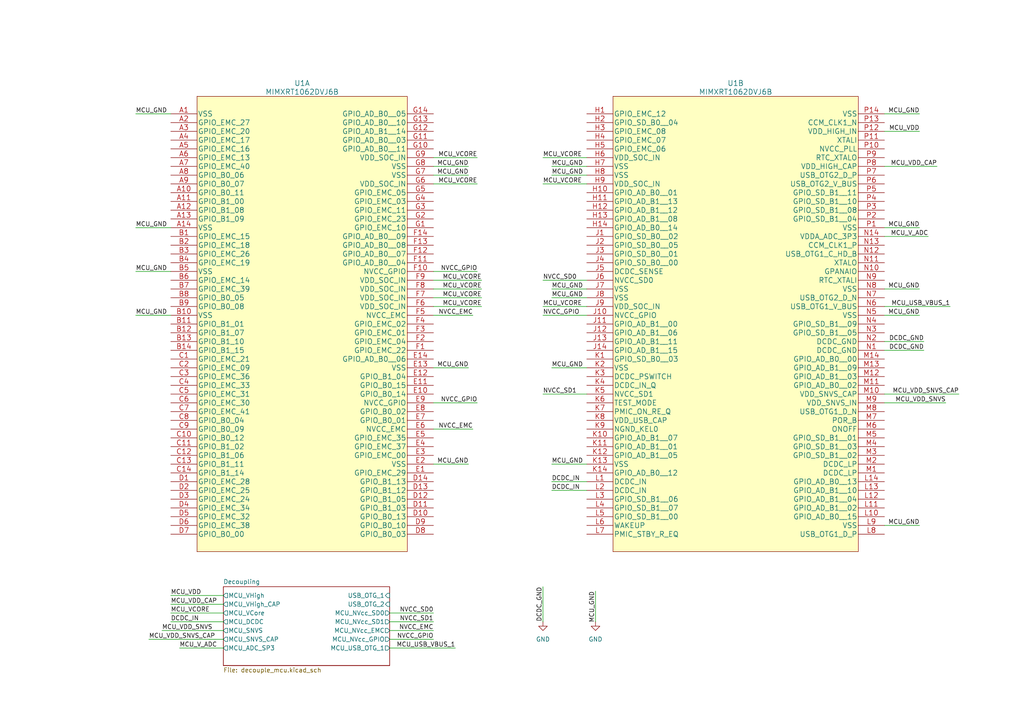
<source format=kicad_sch>
(kicad_sch (version 20230121) (generator eeschema)
  (paper "A4")
  (lib_symbols
    (symbol "2023-03-03_00-24-58:MIMXRT1062DVJ6B" (pin_names (offset 0.254))
      (property "Reference" "U" (at 38.1 10.16 0))
      (property "Value" "MIMXRT1062DVJ6B" (at 38.1 7.62 0))
      (symbol "MIMXRT1062DVJ6B_1_1"
        (rectangle (start 7.62 5.08) (end 68.58 -127) (fill (type background)))
        (pin power_in line (at 0 0 0) (length 7.62) (name "VSS") (number "A1"))
        (pin bidirectional line (at 0 -22.86 0) (length 7.62) (name "GPIO_B0_11") (number "A10"))
        (pin bidirectional line (at 0 -25.4 0) (length 7.62) (name "GPIO_B1_00") (number "A11"))
        (pin bidirectional line (at 0 -27.94 0) (length 7.62) (name "GPIO_B1_08") (number "A12"))
        (pin bidirectional line (at 0 -30.48 0) (length 7.62) (name "GPIO_B1_09") (number "A13"))
        (pin power_in line (at 0 -33.02 0) (length 7.62) (name "VSS") (number "A14"))
        (pin bidirectional line (at 0 -2.54 0) (length 7.62) (name "GPIO_EMC_27") (number "A2"))
        (pin bidirectional line (at 0 -5.08 0) (length 7.62) (name "GPIO_EMC_20") (number "A3"))
        (pin bidirectional line (at 0 -7.62 0) (length 7.62) (name "GPIO_EMC_17") (number "A4"))
        (pin bidirectional line (at 0 -10.16 0) (length 7.62) (name "GPIO_EMC_16") (number "A5"))
        (pin bidirectional line (at 0 -12.7 0) (length 7.62) (name "GPIO_EMC_13") (number "A6"))
        (pin bidirectional line (at 0 -15.24 0) (length 7.62) (name "GPIO_EMC_40") (number "A7"))
        (pin bidirectional line (at 0 -17.78 0) (length 7.62) (name "GPIO_B0_06") (number "A8"))
        (pin bidirectional line (at 0 -20.32 0) (length 7.62) (name "GPIO_B0_07") (number "A9"))
        (pin bidirectional line (at 0 -35.56 0) (length 7.62) (name "GPIO_EMC_15") (number "B1"))
        (pin bidirectional line (at 0 -58.42 0) (length 7.62) (name "VSS") (number "B10"))
        (pin bidirectional line (at 0 -60.96 0) (length 7.62) (name "GPIO_B1_01") (number "B11"))
        (pin bidirectional line (at 0 -63.5 0) (length 7.62) (name "GPIO_B1_07") (number "B12"))
        (pin bidirectional line (at 0 -66.04 0) (length 7.62) (name "GPIO_B1_10") (number "B13"))
        (pin bidirectional line (at 0 -68.58 0) (length 7.62) (name "GPIO_B1_15") (number "B14"))
        (pin bidirectional line (at 0 -38.1 0) (length 7.62) (name "GPIO_EMC_18") (number "B2"))
        (pin bidirectional line (at 0 -40.64 0) (length 7.62) (name "GPIO_EMC_26") (number "B3"))
        (pin bidirectional line (at 0 -43.18 0) (length 7.62) (name "GPIO_EMC_19") (number "B4"))
        (pin bidirectional line (at 0 -45.72 0) (length 7.62) (name "VSS") (number "B5"))
        (pin bidirectional line (at 0 -48.26 0) (length 7.62) (name "GPIO_EMC_14") (number "B6"))
        (pin bidirectional line (at 0 -50.8 0) (length 7.62) (name "GPIO_EMC_39") (number "B7"))
        (pin bidirectional line (at 0 -53.34 0) (length 7.62) (name "GPIO_B0_05") (number "B8"))
        (pin bidirectional line (at 0 -55.88 0) (length 7.62) (name "GPIO_B0_08") (number "B9"))
        (pin bidirectional line (at 0 -71.12 0) (length 7.62) (name "GPIO_EMC_21") (number "C1"))
        (pin power_in line (at 0 -93.98 0) (length 7.62) (name "GPIO_B0_12") (number "C10"))
        (pin bidirectional line (at 0 -96.52 0) (length 7.62) (name "GPIO_B1_02") (number "C11"))
        (pin bidirectional line (at 0 -99.06 0) (length 7.62) (name "GPIO_B1_06") (number "C12"))
        (pin bidirectional line (at 0 -101.6 0) (length 7.62) (name "GPIO_B1_11") (number "C13"))
        (pin power_in line (at 0 -104.14 0) (length 7.62) (name "GPIO_B1_14") (number "C14"))
        (pin bidirectional line (at 0 -73.66 0) (length 7.62) (name "GPIO_EMC_09") (number "C2"))
        (pin bidirectional line (at 0 -76.2 0) (length 7.62) (name "GPIO_EMC_36") (number "C3"))
        (pin bidirectional line (at 0 -78.74 0) (length 7.62) (name "GPIO_EMC_33") (number "C4"))
        (pin bidirectional line (at 0 -81.28 0) (length 7.62) (name "GPIO_EMC_31") (number "C5"))
        (pin bidirectional line (at 0 -83.82 0) (length 7.62) (name "GPIO_EMC_30") (number "C6"))
        (pin bidirectional line (at 0 -86.36 0) (length 7.62) (name "GPIO_EMC_41") (number "C7"))
        (pin bidirectional line (at 0 -88.9 0) (length 7.62) (name "GPIO_B0_04") (number "C8"))
        (pin bidirectional line (at 0 -91.44 0) (length 7.62) (name "GPIO_B0_09") (number "C9"))
        (pin bidirectional line (at 0 -106.68 0) (length 7.62) (name "GPIO_EMC_28") (number "D1"))
        (pin power_in line (at 76.2 -116.84 180) (length 7.62) (name "GPIO_B0_13") (number "D10"))
        (pin power_in line (at 76.2 -114.3 180) (length 7.62) (name "GPIO_B1_03") (number "D11"))
        (pin power_in line (at 76.2 -111.76 180) (length 7.62) (name "GPIO_B1_05") (number "D12"))
        (pin bidirectional line (at 76.2 -109.22 180) (length 7.62) (name "GPIO_B1_12") (number "D13"))
        (pin bidirectional line (at 76.2 -106.68 180) (length 7.62) (name "GPIO_B1_13") (number "D14"))
        (pin bidirectional line (at 0 -109.22 0) (length 7.62) (name "GPIO_EMC_25") (number "D2"))
        (pin power_in line (at 0 -111.76 0) (length 7.62) (name "GPIO_EMC_24") (number "D3"))
        (pin bidirectional line (at 0 -114.3 0) (length 7.62) (name "GPIO_EMC_34") (number "D4"))
        (pin bidirectional line (at 0 -116.84 0) (length 7.62) (name "GPIO_EMC_32") (number "D5"))
        (pin bidirectional line (at 0 -119.38 0) (length 7.62) (name "GPIO_EMC_38") (number "D6"))
        (pin bidirectional line (at 0 -121.92 0) (length 7.62) (name "GPIO_B0_00") (number "D7"))
        (pin power_in line (at 76.2 -121.92 180) (length 7.62) (name "GPIO_B0_03") (number "D8"))
        (pin power_in line (at 76.2 -119.38 180) (length 7.62) (name "GPIO_B0_10") (number "D9"))
        (pin bidirectional line (at 76.2 -104.14 180) (length 7.62) (name "GPIO_EMC_29") (number "E1"))
        (pin bidirectional line (at 76.2 -81.28 180) (length 7.62) (name "GPIO_B0_14") (number "E10"))
        (pin bidirectional line (at 76.2 -78.74 180) (length 7.62) (name "GPIO_B0_15") (number "E11"))
        (pin bidirectional line (at 76.2 -76.2 180) (length 7.62) (name "GPIO_B1_04") (number "E12"))
        (pin power_in line (at 76.2 -73.66 180) (length 7.62) (name "VSS") (number "E13"))
        (pin power_in line (at 76.2 -71.12 180) (length 7.62) (name "GPIO_AD_B0__06") (number "E14"))
        (pin bidirectional line (at 76.2 -101.6 180) (length 7.62) (name "VSS") (number "E2"))
        (pin bidirectional line (at 76.2 -99.06 180) (length 7.62) (name "GPIO_EMC_00") (number "E3"))
        (pin power_in line (at 76.2 -96.52 180) (length 7.62) (name "GPIO_EMC_37") (number "E4"))
        (pin power_in line (at 76.2 -93.98 180) (length 7.62) (name "GPIO_EMC_35") (number "E5"))
        (pin power_in line (at 76.2 -91.44 180) (length 7.62) (name "NVCC_EMC") (number "E6"))
        (pin power_in line (at 76.2 -88.9 180) (length 7.62) (name "GPIO_B0_01") (number "E7"))
        (pin bidirectional line (at 76.2 -86.36 180) (length 7.62) (name "GPIO_B0_02") (number "E8"))
        (pin bidirectional line (at 76.2 -83.82 180) (length 7.62) (name "NVCC_GPIO") (number "E9"))
        (pin power_in line (at 76.2 -68.58 180) (length 7.62) (name "GPIO_EMC_22") (number "F1"))
        (pin power_in line (at 76.2 -45.72 180) (length 7.62) (name "NVCC_GPIO") (number "F10"))
        (pin power_in line (at 76.2 -43.18 180) (length 7.62) (name "GPIO_AD_B0__04") (number "F11"))
        (pin bidirectional line (at 76.2 -40.64 180) (length 7.62) (name "GPIO_AD_B0__07") (number "F12"))
        (pin power_in line (at 76.2 -38.1 180) (length 7.62) (name "GPIO_AD_B0__08") (number "F13"))
        (pin unspecified line (at 76.2 -35.56 180) (length 7.62) (name "GPIO_AD_B0__09") (number "F14"))
        (pin power_in line (at 76.2 -66.04 180) (length 7.62) (name "GPIO_EMC_04") (number "F2"))
        (pin bidirectional line (at 76.2 -63.5 180) (length 7.62) (name "GPIO_EMC_01") (number "F3"))
        (pin bidirectional line (at 76.2 -60.96 180) (length 7.62) (name "GPIO_EMC_02") (number "F4"))
        (pin bidirectional line (at 76.2 -58.42 180) (length 7.62) (name "NVCC_EMC") (number "F5"))
        (pin bidirectional line (at 76.2 -55.88 180) (length 7.62) (name "VDD_SOC_IN") (number "F6"))
        (pin unspecified line (at 76.2 -53.34 180) (length 7.62) (name "VDD_SOC_IN") (number "F7"))
        (pin bidirectional line (at 76.2 -50.8 180) (length 7.62) (name "VDD_SOC_IN") (number "F8"))
        (pin power_in line (at 76.2 -48.26 180) (length 7.62) (name "VDD_SOC_IN") (number "F9"))
        (pin input line (at 76.2 -33.02 180) (length 7.62) (name "GPIO_EMC_10") (number "G1"))
        (pin bidirectional line (at 76.2 -10.16 180) (length 7.62) (name "GPIO_AD_B0__11") (number "G10"))
        (pin bidirectional line (at 76.2 -7.62 180) (length 7.62) (name "GPIO_AD_B0__03") (number "G11"))
        (pin unspecified line (at 76.2 -5.08 180) (length 7.62) (name "GPIO_AD_B1__14") (number "G12"))
        (pin unspecified line (at 76.2 -2.54 180) (length 7.62) (name "GPIO_AD_B0__10") (number "G13"))
        (pin bidirectional line (at 76.2 0 180) (length 7.62) (name "GPIO_AD_B0__05") (number "G14"))
        (pin bidirectional line (at 76.2 -30.48 180) (length 7.62) (name "GPIO_EMC_23") (number "G2"))
        (pin unspecified line (at 76.2 -27.94 180) (length 7.62) (name "GPIO_EMC_11") (number "G3"))
        (pin unspecified line (at 76.2 -25.4 180) (length 7.62) (name "GPIO_EMC_03") (number "G4"))
        (pin power_in line (at 76.2 -22.86 180) (length 7.62) (name "GPIO_EMC_05") (number "G5"))
        (pin power_in line (at 76.2 -20.32 180) (length 7.62) (name "VDD_SOC_IN") (number "G6"))
        (pin input line (at 76.2 -17.78 180) (length 7.62) (name "VSS") (number "G7"))
        (pin input line (at 76.2 -15.24 180) (length 7.62) (name "VSS") (number "G8"))
        (pin bidirectional line (at 76.2 -12.7 180) (length 7.62) (name "VDD_SOC_IN") (number "G9"))
      )
      (symbol "MIMXRT1062DVJ6B_2_1"
        (rectangle (start 7.62 5.08) (end 78.74 -127) (fill (type background)))
        (pin power_in line (at 0 0 0) (length 7.62) (name "GPIO_EMC_12") (number "H1"))
        (pin power_in line (at 0 -22.86 0) (length 7.62) (name "GPIO_AD_B0__01") (number "H10"))
        (pin power_in line (at 0 -25.4 0) (length 7.62) (name "GPIO_AD_B1__13") (number "H11"))
        (pin power_in line (at 0 -27.94 0) (length 7.62) (name "GPIO_AD_B1__12") (number "H12"))
        (pin bidirectional line (at 0 -30.48 0) (length 7.62) (name "GPIO_AD_B1__08") (number "H13"))
        (pin bidirectional line (at 0 -33.02 0) (length 7.62) (name "GPIO_AD_B0__14") (number "H14"))
        (pin unspecified line (at 0 -2.54 0) (length 7.62) (name "GPIO_SD_B0__04") (number "H2"))
        (pin unspecified line (at 0 -5.08 0) (length 7.62) (name "GPIO_EMC_08") (number "H3"))
        (pin bidirectional line (at 0 -7.62 0) (length 7.62) (name "GPIO_EMC_07") (number "H4"))
        (pin bidirectional line (at 0 -10.16 0) (length 7.62) (name "GPIO_EMC_06") (number "H5"))
        (pin bidirectional line (at 0 -12.7 0) (length 7.62) (name "VDD_SOC_IN") (number "H6"))
        (pin unspecified line (at 0 -15.24 0) (length 7.62) (name "VSS") (number "H7"))
        (pin unspecified line (at 0 -17.78 0) (length 7.62) (name "VSS") (number "H8"))
        (pin bidirectional line (at 0 -20.32 0) (length 7.62) (name "VDD_SOC_IN") (number "H9"))
        (pin power_in line (at 0 -35.56 0) (length 7.62) (name "GPIO_SD_B0__02") (number "J1"))
        (pin bidirectional line (at 0 -58.42 0) (length 7.62) (name "NVCC_GPIO") (number "J10"))
        (pin bidirectional line (at 0 -60.96 0) (length 7.62) (name "GPIO_AD_B1__00") (number "J11"))
        (pin bidirectional line (at 0 -63.5 0) (length 7.62) (name "GPIO_AD_B1__06") (number "J12"))
        (pin power_in line (at 0 -66.04 0) (length 7.62) (name "GPIO_AD_B1__11") (number "J13"))
        (pin output line (at 0 -68.58 0) (length 7.62) (name "GPIO_AD_B1__15") (number "J14"))
        (pin bidirectional line (at 0 -38.1 0) (length 7.62) (name "GPIO_SD_B0__05") (number "J2"))
        (pin bidirectional line (at 0 -40.64 0) (length 7.62) (name "GPIO_SD_B0__01") (number "J3"))
        (pin power_in line (at 0 -43.18 0) (length 7.62) (name "GPIO_SD_B0__00") (number "J4"))
        (pin input line (at 0 -45.72 0) (length 7.62) (name "DCDC_SENSE") (number "J5"))
        (pin power_in line (at 0 -48.26 0) (length 7.62) (name "NVCC_SD0") (number "J6"))
        (pin bidirectional line (at 0 -50.8 0) (length 7.62) (name "VSS") (number "J7"))
        (pin bidirectional line (at 0 -53.34 0) (length 7.62) (name "VSS") (number "J8"))
        (pin bidirectional line (at 0 -55.88 0) (length 7.62) (name "VDD_SOC_IN") (number "J9"))
        (pin bidirectional line (at 0 -71.12 0) (length 7.62) (name "GPIO_SD_B0__03") (number "K1"))
        (pin bidirectional line (at 0 -93.98 0) (length 7.62) (name "GPIO_AD_B1__07") (number "K10"))
        (pin bidirectional line (at 0 -96.52 0) (length 7.62) (name "GPIO_AD_B1__01") (number "K11"))
        (pin bidirectional line (at 0 -99.06 0) (length 7.62) (name "GPIO_AD_B1__05") (number "K12"))
        (pin bidirectional line (at 0 -101.6 0) (length 7.62) (name "VSS") (number "K13"))
        (pin bidirectional line (at 0 -104.14 0) (length 7.62) (name "GPIO_AD_B0__12") (number "K14"))
        (pin bidirectional line (at 0 -73.66 0) (length 7.62) (name "VSS") (number "K2"))
        (pin bidirectional line (at 0 -76.2 0) (length 7.62) (name "DCDC_PSWITCH") (number "K3"))
        (pin bidirectional line (at 0 -78.74 0) (length 7.62) (name "DCDC_IN_Q") (number "K4"))
        (pin power_in line (at 0 -81.28 0) (length 7.62) (name "NVCC_SD1") (number "K5"))
        (pin power_in line (at 0 -83.82 0) (length 7.62) (name "TEST_MODE") (number "K6"))
        (pin bidirectional line (at 0 -86.36 0) (length 7.62) (name "PMIC_ON_RE_Q") (number "K7"))
        (pin bidirectional line (at 0 -88.9 0) (length 7.62) (name "VDD_USB_CAP") (number "K8"))
        (pin bidirectional line (at 0 -91.44 0) (length 7.62) (name "NGND_KEL0") (number "K9"))
        (pin bidirectional line (at 0 -106.68 0) (length 7.62) (name "DCDC_IN") (number "L1"))
        (pin power_in line (at 86.36 -116.84 180) (length 7.62) (name "GPIO_AD_B0__15") (number "L10"))
        (pin bidirectional line (at 86.36 -114.3 180) (length 7.62) (name "GPIO_AD_B1__02") (number "L11"))
        (pin power_in line (at 86.36 -111.76 180) (length 7.62) (name "GPIO_AD_B1__04") (number "L12"))
        (pin bidirectional line (at 86.36 -109.22 180) (length 7.62) (name "GPIO_AD_B1__10") (number "L13"))
        (pin bidirectional line (at 86.36 -106.68 180) (length 7.62) (name "GPIO_AD_B0__13") (number "L14"))
        (pin bidirectional line (at 0 -109.22 0) (length 7.62) (name "DCDC_IN") (number "L2"))
        (pin bidirectional line (at 0 -111.76 0) (length 7.62) (name "GPIO_SD_B1__06") (number "L3"))
        (pin bidirectional line (at 0 -114.3 0) (length 7.62) (name "GPIO_SD_B1__07") (number "L4"))
        (pin bidirectional line (at 0 -116.84 0) (length 7.62) (name "GPIO_SD_B1__00") (number "L5"))
        (pin bidirectional line (at 0 -119.38 0) (length 7.62) (name "WAKEUP") (number "L6"))
        (pin bidirectional line (at 0 -121.92 0) (length 7.62) (name "PMIC_STBY_R_EQ") (number "L7"))
        (pin bidirectional line (at 86.36 -121.92 180) (length 7.62) (name "USB_OTG1_D_P") (number "L8"))
        (pin bidirectional line (at 86.36 -119.38 180) (length 7.62) (name "VSS") (number "L9"))
        (pin bidirectional line (at 86.36 -104.14 180) (length 7.62) (name "DCDC_LP") (number "M1"))
        (pin bidirectional line (at 86.36 -81.28 180) (length 7.62) (name "VDD_SNVS_CAP") (number "M10"))
        (pin bidirectional line (at 86.36 -78.74 180) (length 7.62) (name "GPIO_AD_B0__02") (number "M11"))
        (pin bidirectional line (at 86.36 -76.2 180) (length 7.62) (name "GPIO_AD_B1__03") (number "M12"))
        (pin power_in line (at 86.36 -73.66 180) (length 7.62) (name "GPIO_AD_B1__09") (number "M13"))
        (pin bidirectional line (at 86.36 -71.12 180) (length 7.62) (name "GPIO_AD_B0__00") (number "M14"))
        (pin bidirectional line (at 86.36 -101.6 180) (length 7.62) (name "DCDC_LP") (number "M2"))
        (pin bidirectional line (at 86.36 -99.06 180) (length 7.62) (name "GPIO_SD_B1__02") (number "M3"))
        (pin bidirectional line (at 86.36 -96.52 180) (length 7.62) (name "GPIO_SD_B1__03") (number "M4"))
        (pin bidirectional line (at 86.36 -93.98 180) (length 7.62) (name "GPIO_SD_B1__01") (number "M5"))
        (pin bidirectional line (at 86.36 -91.44 180) (length 7.62) (name "ONOFF") (number "M6"))
        (pin bidirectional line (at 86.36 -88.9 180) (length 7.62) (name "POR_B") (number "M7"))
        (pin bidirectional line (at 86.36 -86.36 180) (length 7.62) (name "USB_OTG1_D_N") (number "M8"))
        (pin bidirectional line (at 86.36 -83.82 180) (length 7.62) (name "VDD_SNVS_IN") (number "M9"))
        (pin bidirectional line (at 86.36 -68.58 180) (length 7.62) (name "DCDC_GND") (number "N1"))
        (pin bidirectional line (at 86.36 -45.72 180) (length 7.62) (name "GPANAIO") (number "N10"))
        (pin bidirectional line (at 86.36 -43.18 180) (length 7.62) (name "XTALO") (number "N11"))
        (pin bidirectional line (at 86.36 -40.64 180) (length 7.62) (name "USB_OTG1_C_HD_B") (number "N12"))
        (pin bidirectional line (at 86.36 -38.1 180) (length 7.62) (name "CCM_CLK1_P") (number "N13"))
        (pin power_in line (at 86.36 -35.56 180) (length 7.62) (name "VDDA_ADC_3P3") (number "N14"))
        (pin bidirectional line (at 86.36 -66.04 180) (length 7.62) (name "DCDC_GND") (number "N2"))
        (pin bidirectional line (at 86.36 -63.5 180) (length 7.62) (name "GPIO_SD_B1__05") (number "N3"))
        (pin bidirectional line (at 86.36 -60.96 180) (length 7.62) (name "GPIO_SD_B1__09") (number "N4"))
        (pin bidirectional line (at 86.36 -58.42 180) (length 7.62) (name "VSS") (number "N5"))
        (pin bidirectional line (at 86.36 -55.88 180) (length 7.62) (name "USB_OTG1_V_BUS") (number "N6"))
        (pin power_in line (at 86.36 -53.34 180) (length 7.62) (name "USB_OTG2_D_N") (number "N7"))
        (pin bidirectional line (at 86.36 -50.8 180) (length 7.62) (name "VSS") (number "N8"))
        (pin bidirectional line (at 86.36 -48.26 180) (length 7.62) (name "RTC_XTALI") (number "N9"))
        (pin bidirectional line (at 86.36 -33.02 180) (length 7.62) (name "VSS") (number "P1"))
        (pin power_in line (at 86.36 -10.16 180) (length 7.62) (name "NVCC_PLL") (number "P10"))
        (pin input line (at 86.36 -7.62 180) (length 7.62) (name "XTALI") (number "P11"))
        (pin power_in line (at 86.36 -5.08 180) (length 7.62) (name "VDD_HIGH_IN") (number "P12"))
        (pin bidirectional line (at 86.36 -2.54 180) (length 7.62) (name "CCM_CLK1_N") (number "P13"))
        (pin power_in line (at 86.36 0 180) (length 7.62) (name "VSS") (number "P14"))
        (pin bidirectional line (at 86.36 -30.48 180) (length 7.62) (name "GPIO_SD_B1__04") (number "P2"))
        (pin bidirectional line (at 86.36 -27.94 180) (length 7.62) (name "GPIO_SD_B1__08") (number "P3"))
        (pin bidirectional line (at 86.36 -25.4 180) (length 7.62) (name "GPIO_SD_B1__10") (number "P4"))
        (pin bidirectional line (at 86.36 -22.86 180) (length 7.62) (name "GPIO_SD_B1__11") (number "P5"))
        (pin output line (at 86.36 -20.32 180) (length 7.62) (name "USB_OTG2_V_BUS") (number "P6"))
        (pin bidirectional line (at 86.36 -17.78 180) (length 7.62) (name "USB_OTG2_D_P") (number "P7"))
        (pin bidirectional line (at 86.36 -15.24 180) (length 7.62) (name "VDD_HIGH_CAP") (number "P8"))
        (pin power_in line (at 86.36 -12.7 180) (length 7.62) (name "RTC_XTALO") (number "P9"))
      )
    )
    (symbol "power:GND" (power) (pin_names (offset 0))
      (property "Value" "GND" (at 0 -3.81 0))
      (symbol "GND_0_1"
        (polyline (pts (xy 0 0) (xy 0 -1.27) (xy 1.27 -1.27) (xy 0 -2.54) (xy -1.27 -1.27) (xy 0 -1.27)))
      )
      (symbol "GND_1_1"
        (pin power_in line (at 0 0 270) (length 0) hide (name "GND") (number "1"))
      )
    )
  )
  (wire (pts (xy 160.02 86.36) (xy 170.18 86.36)))
  (wire (pts (xy 64.77 175.26) (xy 49.53 175.26)))
  (wire (pts (xy 160.02 134.62) (xy 170.18 134.62)))
  (wire (pts (xy 39.37 33.02) (xy 49.53 33.02)))
  (wire (pts (xy 266.7 83.82) (xy 256.54 83.82)))
  (wire (pts (xy 256.54 38.1) (xy 266.7 38.1)))
  (wire (pts (xy 125.73 83.82) (xy 139.7 83.82)))
  (wire (pts (xy 160.02 142.24) (xy 170.18 142.24)))
  (wire (pts (xy 49.53 172.72) (xy 64.77 172.72)))
  (wire (pts (xy 256.54 114.3) (xy 278.13 114.3)))
  (wire (pts (xy 39.37 66.04) (xy 49.53 66.04)))
  (wire (pts (xy 160.02 83.82) (xy 170.18 83.82)))
  (wire (pts (xy 256.54 99.06) (xy 267.97 99.06)))
  (wire (pts (xy 39.37 91.44) (xy 49.53 91.44)))
  (wire (pts (xy 125.73 45.72) (xy 138.43 45.72)))
  (wire (pts (xy 256.54 48.26) (xy 271.78 48.26)))
  (wire (pts (xy 64.77 182.88) (xy 46.99 182.88)))
  (wire (pts (xy 113.03 182.88) (xy 125.73 182.88)))
  (wire (pts (xy 125.73 81.28) (xy 139.7 81.28)))
  (wire (pts (xy 170.18 88.9) (xy 157.48 88.9)))
  (wire (pts (xy 172.72 171.45) (xy 172.72 180.34)))
  (wire (pts (xy 157.48 180.34) (xy 157.48 170.18)))
  (wire (pts (xy 266.7 66.04) (xy 256.54 66.04)))
  (wire (pts (xy 64.77 185.42) (xy 43.18 185.42)))
  (wire (pts (xy 113.03 180.34) (xy 125.73 180.34)))
  (wire (pts (xy 160.02 48.26) (xy 170.18 48.26)))
  (wire (pts (xy 125.73 86.36) (xy 139.7 86.36)))
  (wire (pts (xy 125.73 53.34) (xy 138.43 53.34)))
  (wire (pts (xy 256.54 116.84) (xy 274.32 116.84)))
  (wire (pts (xy 266.7 152.4) (xy 256.54 152.4)))
  (wire (pts (xy 170.18 53.34) (xy 157.48 53.34)))
  (wire (pts (xy 49.53 177.8) (xy 64.77 177.8)))
  (wire (pts (xy 160.02 139.7) (xy 170.18 139.7)))
  (wire (pts (xy 125.73 88.9) (xy 139.7 88.9)))
  (wire (pts (xy 170.18 45.72) (xy 157.48 45.72)))
  (wire (pts (xy 113.03 185.42) (xy 125.73 185.42)))
  (wire (pts (xy 135.89 106.68) (xy 125.73 106.68)))
  (wire (pts (xy 170.18 81.28) (xy 157.48 81.28)))
  (wire (pts (xy 256.54 88.9) (xy 275.59 88.9)))
  (wire (pts (xy 160.02 50.8) (xy 170.18 50.8)))
  (wire (pts (xy 256.54 101.6) (xy 267.97 101.6)))
  (wire (pts (xy 64.77 187.96) (xy 52.07 187.96)))
  (wire (pts (xy 125.73 116.84) (xy 138.43 116.84)))
  (wire (pts (xy 39.37 78.74) (xy 49.53 78.74)))
  (wire (pts (xy 135.89 48.26) (xy 125.73 48.26)))
  (wire (pts (xy 113.03 187.96) (xy 132.08 187.96)))
  (wire (pts (xy 49.53 180.34) (xy 64.77 180.34)))
  (wire (pts (xy 135.89 50.8) (xy 125.73 50.8)))
  (wire (pts (xy 125.73 91.44) (xy 137.16 91.44)))
  (wire (pts (xy 160.02 106.68) (xy 170.18 106.68)))
  (wire (pts (xy 125.73 78.74) (xy 138.43 78.74)))
  (wire (pts (xy 170.18 114.3) (xy 157.48 114.3)))
  (wire (pts (xy 125.73 124.46) (xy 137.16 124.46)))
  (wire (pts (xy 170.18 91.44) (xy 157.48 91.44)))
  (wire (pts (xy 135.89 134.62) (xy 125.73 134.62)))
  (wire (pts (xy 266.7 91.44) (xy 256.54 91.44)))
  (wire (pts (xy 256.54 68.58) (xy 269.24 68.58)))
  (wire (pts (xy 266.7 33.02) (xy 256.54 33.02)))
  (wire (pts (xy 113.03 177.8) (xy 125.73 177.8)))
  (label "MCU_GND" (at 135.89 48.26 180))
  (label "DCDC_IN" (at 160.02 139.7 0))
  (label "MCU_GND" (at 39.37 91.44 0))
  (label "NVCC_GPIO" (at 125.73 185.42 180))
  (label "NVCC_EMC" (at 125.73 182.88 180))
  (label "NVCC_GPIO" (at 138.43 116.84 180))
  (label "MCU_VCORE" (at 138.43 45.72 180))
  (label "MCU_GND" (at 160.02 83.82 0))
  (label "MCU_VDD_SNVS" (at 274.32 116.84 180))
  (label "DCDC_GND" (at 157.48 170.18 270))
  (label "MCU_VDD_SNVS_CAP" (at 278.13 114.3 180))
  (label "MCU_VDD_CAP" (at 271.78 48.26 180))
  (label "MCU_VCORE" (at 138.43 53.34 180))
  (label "MCU_VCORE" (at 157.48 88.9 0))
  (label "MCU_GND" (at 172.72 171.45 270))
  (label "MCU_V_ADC" (at 269.24 68.58 180))
  (label "NVCC_SD1" (at 157.48 114.3 0))
  (label "MCU_GND" (at 266.7 66.04 180))
  (label "MCU_GND" (at 266.7 152.4 180))
  (label "MCU_VDD_SNVS_CAP" (at 43.18 185.42 0))
  (label "MCU_USB_VBUS_1" (at 132.08 187.96 180))
  (label "MCU_GND" (at 135.89 50.8 180))
  (label "MCU_VCORE" (at 139.7 88.9 180))
  (label "MCU_V_ADC" (at 52.07 187.96 0))
  (label "MCU_VDD" (at 266.7 38.1 180))
  (label "MCU_VCORE" (at 139.7 86.36 180))
  (label "MCU_GND" (at 160.02 86.36 0))
  (label "MCU_GND" (at 39.37 33.02 0))
  (label "MCU_VCORE" (at 139.7 83.82 180))
  (label "DCDC_IN" (at 49.53 180.34 0))
  (label "MCU_GND" (at 135.89 106.68 180))
  (label "MCU_GND" (at 160.02 106.68 0))
  (label "MCU_GND" (at 160.02 134.62 0))
  (label "NVCC_GPIO" (at 157.48 91.44 0))
  (label "MCU_VCORE" (at 49.53 177.8 0))
  (label "NVCC_GPIO" (at 138.43 78.74 180))
  (label "MCU_GND" (at 135.89 134.62 180))
  (label "MCU_VDD" (at 49.53 172.72 0))
  (label "MCU_GND" (at 266.7 33.02 180))
  (label "MCU_VDD_CAP" (at 49.53 175.26 0))
  (label "MCU_GND" (at 266.7 83.82 180))
  (label "NVCC_SD1" (at 125.73 180.34 180))
  (label "MCU_GND" (at 266.7 91.44 180))
  (label "MCU_USB_VBUS_1" (at 275.59 88.9 180))
  (label "NVCC_SD0" (at 125.73 177.8 180))
  (label "MCU_GND" (at 39.37 78.74 0))
  (label "MCU_VCORE" (at 157.48 45.72 0))
  (label "DCDC_GND" (at 267.97 99.06 180))
  (label "MCU_GND" (at 39.37 66.04 0))
  (label "DCDC_IN" (at 160.02 142.24 0))
  (label "MCU_VCORE" (at 157.48 53.34 0))
  (label "NVCC_EMC" (at 137.16 124.46 180))
  (label "MCU_GND" (at 160.02 50.8 0))
  (label "DCDC_GND" (at 267.97 101.6 180))
  (label "MCU_VDD_SNVS" (at 46.99 182.88 0))
  (label "NVCC_SD0" (at 157.48 81.28 0))
  (label "NVCC_EMC" (at 137.16 91.44 180))
  (label "MCU_VCORE" (at 139.7 81.28 180))
  (label "MCU_GND" (at 160.02 48.26 0))
  (symbol (lib_id "power:GND") (at 172.72 180.34 0) (unit 1)
    (property "Reference" "#PWR05" (effects hide))
    (property "Value" "GND" (at 172.72 185.42 0))
  )
  (symbol (lib_id "power:GND") (at 157.48 180.34 0) (unit 1)
    (property "Reference" "#PWR054" (effects hide))
    (property "Value" "GND" (at 157.48 185.42 0))
  )
  (symbol (lib_id "2023-03-03_00-24-58:MIMXRT1062DVJ6B") (at 170.18 33.02 0) (unit 2)
    (property "Reference" "U1" (at 213.36 24.13 0) (effects (font (size 1.524 1.524))))
    (property "Value" "MIMXRT1062DVJ6B" (at 213.36 26.67 0) (effects (font (size 1.524 1.524))))
    (property "Footprint" "BGA196_MIMXRT_NXP" (effects hide))
  )
  (symbol (lib_id "2023-03-03_00-24-58:MIMXRT1062DVJ6B") (at 49.53 33.02 0) (unit 1)
    (property "Reference" "U1" (at 87.63 24.13 0) (effects (font (size 1.524 1.524))))
    (property "Value" "MIMXRT1062DVJ6B" (at 87.63 26.67 0) (effects (font (size 1.524 1.524))))
    (property "Footprint" "BGA196_MIMXRT_NXP" (effects hide))
  )
  (sheet (at 64.77 170.18) (size 48.26 22.86) (stroke (width 0.1524))
    (property "Sheetname" "Decoupling" (at 64.77 169.4684 0) (effects (justify left bottom)))
    (property "Sheetfile" "decouple_mcu.kicad_sch" (at 64.77 193.6246 0) (effects (justify left top)))
    (pin "MCU_VHigh" output (at 64.77 172.72 180))
    (pin "MCU_VCore" output (at 64.77 177.8 180))
    (pin "MCU_DCDC" output (at 64.77 180.34 180))
    (pin "MCU_SNVS" output (at 64.77 182.88 180))
    (pin "MCU_VHigh_CAP" output (at 64.77 175.26 180))
    (pin "MCU_NVcc_SD1" output (at 113.03 180.34 0))
    (pin "MCU_NVcc_SD0" output (at 113.03 177.8 0))
    (pin "MCU_SNVS_CAP" output (at 64.77 185.42 180))
    (pin "MCU_ADC_SP3" output (at 64.77 187.96 180))
    (pin "MCU_USB_OTG_1" output (at 113.03 187.96 0))
    (pin "MCU_NVcc_EMC" output (at 113.03 182.88 0))
    (pin "USB_OTG_1" input (at 113.03 172.72 0))
    (pin "USB_OTG_2" input (at 113.03 175.26 0))
    (pin "MCU_NVcc_GPIO" output (at 113.03 185.42 0))
  )
)
</source>
